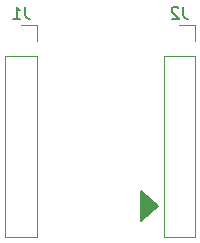
<source format=gbr>
%TF.GenerationSoftware,KiCad,Pcbnew,8.0.4*%
%TF.CreationDate,2024-09-08T19:35:36-03:00*%
%TF.ProjectId,PCBWay-Module_TA6586,50434257-6179-42d4-9d6f-64756c655f54,rev?*%
%TF.SameCoordinates,Original*%
%TF.FileFunction,Legend,Bot*%
%TF.FilePolarity,Positive*%
%FSLAX46Y46*%
G04 Gerber Fmt 4.6, Leading zero omitted, Abs format (unit mm)*
G04 Created by KiCad (PCBNEW 8.0.4) date 2024-09-08 19:35:36*
%MOMM*%
%LPD*%
G01*
G04 APERTURE LIST*
%ADD10C,0.200000*%
%ADD11C,0.150000*%
%ADD12C,0.120000*%
G04 APERTURE END LIST*
D10*
X151620961Y-83509594D02*
X150157639Y-84759594D01*
X150157639Y-82259594D01*
X151620961Y-83509594D01*
G36*
X151620961Y-83509594D02*
G01*
X150157639Y-84759594D01*
X150157639Y-82259594D01*
X151620961Y-83509594D01*
G37*
D11*
X140333333Y-66624819D02*
X140333333Y-67339104D01*
X140333333Y-67339104D02*
X140380952Y-67481961D01*
X140380952Y-67481961D02*
X140476190Y-67577200D01*
X140476190Y-67577200D02*
X140619047Y-67624819D01*
X140619047Y-67624819D02*
X140714285Y-67624819D01*
X139333333Y-67624819D02*
X139904761Y-67624819D01*
X139619047Y-67624819D02*
X139619047Y-66624819D01*
X139619047Y-66624819D02*
X139714285Y-66767676D01*
X139714285Y-66767676D02*
X139809523Y-66862914D01*
X139809523Y-66862914D02*
X139904761Y-66910533D01*
X153733333Y-66624819D02*
X153733333Y-67339104D01*
X153733333Y-67339104D02*
X153780952Y-67481961D01*
X153780952Y-67481961D02*
X153876190Y-67577200D01*
X153876190Y-67577200D02*
X154019047Y-67624819D01*
X154019047Y-67624819D02*
X154114285Y-67624819D01*
X153304761Y-66720057D02*
X153257142Y-66672438D01*
X153257142Y-66672438D02*
X153161904Y-66624819D01*
X153161904Y-66624819D02*
X152923809Y-66624819D01*
X152923809Y-66624819D02*
X152828571Y-66672438D01*
X152828571Y-66672438D02*
X152780952Y-66720057D01*
X152780952Y-66720057D02*
X152733333Y-66815295D01*
X152733333Y-66815295D02*
X152733333Y-66910533D01*
X152733333Y-66910533D02*
X152780952Y-67053390D01*
X152780952Y-67053390D02*
X153352380Y-67624819D01*
X153352380Y-67624819D02*
X152733333Y-67624819D01*
D12*
%TO.C,J1*%
X138670000Y-70770000D02*
X141330000Y-70770000D01*
X138670000Y-86070000D02*
X138670000Y-70770000D01*
X138670000Y-86070000D02*
X141330000Y-86070000D01*
X140000000Y-68170000D02*
X141330000Y-68170000D01*
X141330000Y-68170000D02*
X141330000Y-69500000D01*
X141330000Y-86070000D02*
X141330000Y-70770000D01*
%TO.C,J2*%
X152070000Y-70770000D02*
X154730000Y-70770000D01*
X152070000Y-86070000D02*
X152070000Y-70770000D01*
X152070000Y-86070000D02*
X154730000Y-86070000D01*
X153400000Y-68170000D02*
X154730000Y-68170000D01*
X154730000Y-68170000D02*
X154730000Y-69500000D01*
X154730000Y-86070000D02*
X154730000Y-70770000D01*
%TD*%
M02*

</source>
